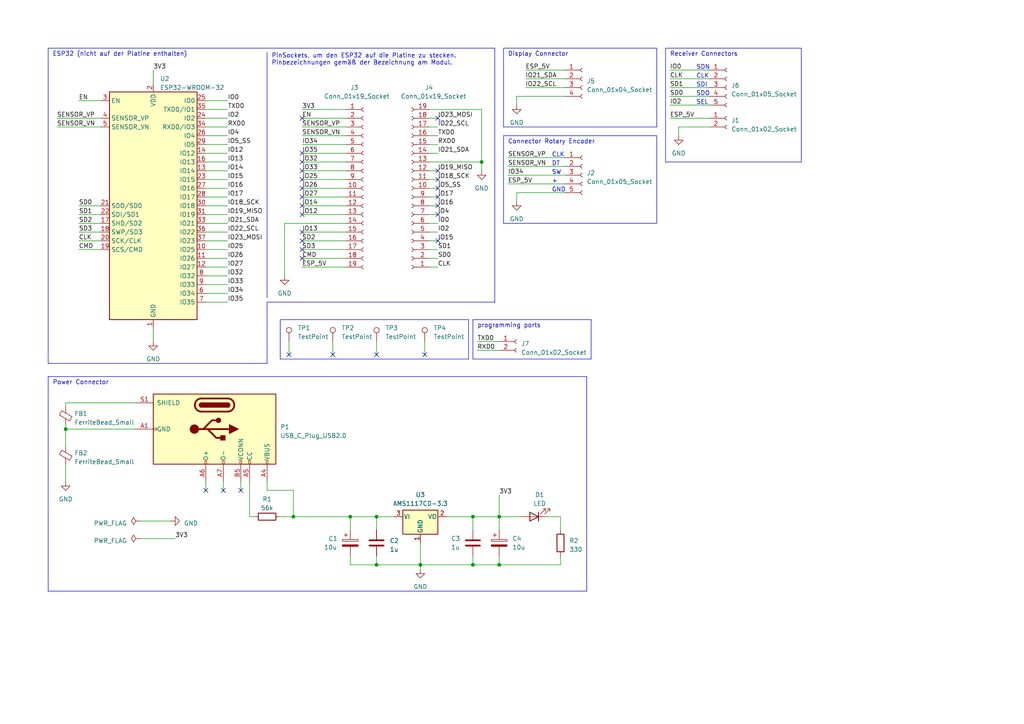
<source format=kicad_sch>
(kicad_sch (version 20230121) (generator eeschema)
  (paper "A4")
  (title_block (title "display-brain-final") (date "2023-03-31") (rev "v1") (comment 1 "erste Version"))
  (lib_symbols
    (symbol "Connector:Conn_01x02_Socket" (pin_names (offset 1.016) hide)
      (property "Reference" "J" (at 0 2.54 0))
      (property "Value" "Conn_01x02_Socket" (at 0 -5.08 0))
      (symbol "Conn_01x02_Socket_1_1"
        (arc (start 0 -2.032) (mid -0.5058 -2.54) (end 0 -3.048) (stroke (width 0.1524)))
        (polyline (pts (xy -1.27 -2.54) (xy -0.508 -2.54)) (stroke (width 0.1524)))
        (polyline (pts (xy -1.27 0) (xy -0.508 0)) (stroke (width 0.1524)))
        (arc (start 0 0.508) (mid -0.5058 0) (end 0 -0.508) (stroke (width 0.1524)))
        (pin passive line (at -5.08 0 0) (length 3.81) (name "Pin_1") (number "1"))
        (pin passive line (at -5.08 -2.54 0) (length 3.81) (name "Pin_2") (number "2"))
      )
    )
    (symbol "Connector:Conn_01x04_Socket" (pin_names (offset 1.016) hide)
      (property "Reference" "J" (at 0 5.08 0))
      (property "Value" "Conn_01x04_Socket" (at 0 -7.62 0))
      (symbol "Conn_01x04_Socket_1_1"
        (arc (start 0 -4.572) (mid -0.5058 -5.08) (end 0 -5.588) (stroke (width 0.1524)))
        (arc (start 0 -2.032) (mid -0.5058 -2.54) (end 0 -3.048) (stroke (width 0.1524)))
        (polyline (pts (xy -1.27 -5.08) (xy -0.508 -5.08)) (stroke (width 0.1524)))
        (polyline (pts (xy -1.27 -2.54) (xy -0.508 -2.54)) (stroke (width 0.1524)))
        (polyline (pts (xy -1.27 0) (xy -0.508 0)) (stroke (width 0.1524)))
        (polyline (pts (xy -1.27 2.54) (xy -0.508 2.54)) (stroke (width 0.1524)))
        (arc (start 0 0.508) (mid -0.5058 0) (end 0 -0.508) (stroke (width 0.1524)))
        (arc (start 0 3.048) (mid -0.5058 2.54) (end 0 2.032) (stroke (width 0.1524)))
        (pin passive line (at -5.08 2.54 0) (length 3.81) (name "Pin_1") (number "1"))
        (pin passive line (at -5.08 0 0) (length 3.81) (name "Pin_2") (number "2"))
        (pin passive line (at -5.08 -2.54 0) (length 3.81) (name "Pin_3") (number "3"))
        (pin passive line (at -5.08 -5.08 0) (length 3.81) (name "Pin_4") (number "4"))
      )
    )
    (symbol "Connector:Conn_01x05_Socket" (pin_names (offset 1.016) hide)
      (property "Reference" "J" (at 0 7.62 0))
      (property "Value" "Conn_01x05_Socket" (at 0 -7.62 0))
      (symbol "Conn_01x05_Socket_1_1"
        (arc (start 0 -4.572) (mid -0.5058 -5.08) (end 0 -5.588) (stroke (width 0.1524)))
        (arc (start 0 -2.032) (mid -0.5058 -2.54) (end 0 -3.048) (stroke (width 0.1524)))
        (polyline (pts (xy -1.27 -5.08) (xy -0.508 -5.08)) (stroke (width 0.1524)))
        (polyline (pts (xy -1.27 -2.54) (xy -0.508 -2.54)) (stroke (width 0.1524)))
        (polyline (pts (xy -1.27 0) (xy -0.508 0)) (stroke (width 0.1524)))
        (polyline (pts (xy -1.27 2.54) (xy -0.508 2.54)) (stroke (width 0.1524)))
        (polyline (pts (xy -1.27 5.08) (xy -0.508 5.08)) (stroke (width 0.1524)))
        (arc (start 0 0.508) (mid -0.5058 0) (end 0 -0.508) (stroke (width 0.1524)))
        (arc (start 0 3.048) (mid -0.5058 2.54) (end 0 2.032) (stroke (width 0.1524)))
        (arc (start 0 5.588) (mid -0.5058 5.08) (end 0 4.572) (stroke (width 0.1524)))
        (pin passive line (at -5.08 5.08 0) (length 3.81) (name "Pin_1") (number "1"))
        (pin passive line (at -5.08 2.54 0) (length 3.81) (name "Pin_2") (number "2"))
        (pin passive line (at -5.08 0 0) (length 3.81) (name "Pin_3") (number "3"))
        (pin passive line (at -5.08 -2.54 0) (length 3.81) (name "Pin_4") (number "4"))
        (pin passive line (at -5.08 -5.08 0) (length 3.81) (name "Pin_5") (number "5"))
      )
    )
    (symbol "Connector:Conn_01x19_Socket" (pin_names (offset 1.016) hide)
      (property "Reference" "J" (at 0 25.4 0))
      (property "Value" "Conn_01x19_Socket" (at 0 -25.4 0))
      (symbol "Conn_01x19_Socket_1_1"
        (arc (start 0 -22.352) (mid -0.5058 -22.86) (end 0 -23.368) (stroke (width 0.1524)))
        (arc (start 0 -19.812) (mid -0.5058 -20.32) (end 0 -20.828) (stroke (width 0.1524)))
        (arc (start 0 -17.272) (mid -0.5058 -17.78) (end 0 -18.288) (stroke (width 0.1524)))
        (arc (start 0 -14.732) (mid -0.5058 -15.24) (end 0 -15.748) (stroke (width 0.1524)))
        (arc (start 0 -12.192) (mid -0.5058 -12.7) (end 0 -13.208) (stroke (width 0.1524)))
        (arc (start 0 -9.652) (mid -0.5058 -10.16) (end 0 -10.668) (stroke (width 0.1524)))
        (arc (start 0 -7.112) (mid -0.5058 -7.62) (end 0 -8.128) (stroke (width 0.1524)))
        (arc (start 0 -4.572) (mid -0.5058 -5.08) (end 0 -5.588) (stroke (width 0.1524)))
        (arc (start 0 -2.032) (mid -0.5058 -2.54) (end 0 -3.048) (stroke (width 0.1524)))
        (polyline (pts (xy -1.27 -22.86) (xy -0.508 -22.86)) (stroke (width 0.1524)))
        (polyline (pts (xy -1.27 -20.32) (xy -0.508 -20.32)) (stroke (width 0.1524)))
        (polyline (pts (xy -1.27 -17.78) (xy -0.508 -17.78)) (stroke (width 0.1524)))
        (polyline (pts (xy -1.27 -15.24) (xy -0.508 -15.24)) (stroke (width 0.1524)))
        (polyline (pts (xy -1.27 -12.7) (xy -0.508 -12.7)) (stroke (width 0.1524)))
        (polyline (pts (xy -1.27 -10.16) (xy -0.508 -10.16)) (stroke (width 0.1524)))
        (polyline (pts (xy -1.27 -7.62) (xy -0.508 -7.62)) (stroke (width 0.1524)))
        (polyline (pts (xy -1.27 -5.08) (xy -0.508 -5.08)) (stroke (width 0.1524)))
        (polyline (pts (xy -1.27 -2.54) (xy -0.508 -2.54)) (stroke (width 0.1524)))
        (polyline (pts (xy -1.27 0) (xy -0.508 0)) (stroke (width 0.1524)))
        (polyline (pts (xy -1.27 2.54) (xy -0.508 2.54)) (stroke (width 0.1524)))
        (polyline (pts (xy -1.27 5.08) (xy -0.508 5.08)) (stroke (width 0.1524)))
        (polyline (pts (xy -1.27 7.62) (xy -0.508 7.62)) (stroke (width 0.1524)))
        (polyline (pts (xy -1.27 10.16) (xy -0.508 10.16)) (stroke (width 0.1524)))
        (polyline (pts (xy -1.27 12.7) (xy -0.508 12.7)) (stroke (width 0.1524)))
        (polyline (pts (xy -1.27 15.24) (xy -0.508 15.24)) (stroke (width 0.1524)))
        (polyline (pts (xy -1.27 17.78) (xy -0.508 17.78)) (stroke (width 0.1524)))
        (polyline (pts (xy -1.27 20.32) (xy -0.508 20.32)) (stroke (width 0.1524)))
        (polyline (pts (xy -1.27 22.86) (xy -0.508 22.86)) (stroke (width 0.1524)))
        (arc (start 0 0.508) (mid -0.5058 0) (end 0 -0.508) (stroke (width 0.1524)))
        (arc (start 0 3.048) (mid -0.5058 2.54) (end 0 2.032) (stroke (width 0.1524)))
        (arc (start 0 5.588) (mid -0.5058 5.08) (end 0 4.572) (stroke (width 0.1524)))
        (arc (start 0 8.128) (mid -0.5058 7.62) (end 0 7.112) (stroke (width 0.1524)))
        (arc (start 0 10.668) (mid -0.5058 10.16) (end 0 9.652) (stroke (width 0.1524)))
        (arc (start 0 13.208) (mid -0.5058 12.7) (end 0 12.192) (stroke (width 0.1524)))
        (arc (start 0 15.748) (mid -0.5058 15.24) (end 0 14.732) (stroke (width 0.1524)))
        (arc (start 0 18.288) (mid -0.5058 17.78) (end 0 17.272) (stroke (width 0.1524)))
        (arc (start 0 20.828) (mid -0.5058 20.32) (end 0 19.812) (stroke (width 0.1524)))
        (arc (start 0 23.368) (mid -0.5058 22.86) (end 0 22.352) (stroke (width 0.1524)))
        (pin passive line (at -5.08 22.86 0) (length 3.81) (name "Pin_1") (number "1"))
        (pin passive line (at -5.08 0 0) (length 3.81) (name "Pin_10") (number "10"))
        (pin passive line (at -5.08 -2.54 0) (length 3.81) (name "Pin_11") (number "11"))
        (pin passive line (at -5.08 -5.08 0) (length 3.81) (name "Pin_12") (number "12"))
        (pin passive line (at -5.08 -7.62 0) (length 3.81) (name "Pin_13") (number "13"))
        (pin passive line (at -5.08 -10.16 0) (length 3.81) (name "Pin_14") (number "14"))
        (pin passive line (at -5.08 -12.7 0) (length 3.81) (name "Pin_15") (number "15"))
        (pin passive line (at -5.08 -15.24 0) (length 3.81) (name "Pin_16") (number "16"))
        (pin passive line (at -5.08 -17.78 0) (length 3.81) (name "Pin_17") (number "17"))
        (pin passive line (at -5.08 -20.32 0) (length 3.81) (name "Pin_18") (number "18"))
        (pin passive line (at -5.08 -22.86 0) (length 3.81) (name "Pin_19") (number "19"))
        (pin passive line (at -5.08 20.32 0) (length 3.81) (name "Pin_2") (number "2"))
        (pin passive line (at -5.08 17.78 0) (length 3.81) (name "Pin_3") (number "3"))
        (pin passive line (at -5.08 15.24 0) (length 3.81) (name "Pin_4") (number "4"))
        (pin passive line (at -5.08 12.7 0) (length 3.81) (name "Pin_5") (number "5"))
        (pin passive line (at -5.08 10.16 0) (length 3.81) (name "Pin_6") (number "6"))
        (pin passive line (at -5.08 7.62 0) (length 3.81) (name "Pin_7") (number "7"))
        (pin passive line (at -5.08 5.08 0) (length 3.81) (name "Pin_8") (number "8"))
        (pin passive line (at -5.08 2.54 0) (length 3.81) (name "Pin_9") (number "9"))
      )
    )
    (symbol "Connector:TestPoint" (pin_numbers hide) (pin_names (offset 0.762) hide)
      (property "Reference" "TP" (at 0 6.858 0))
      (property "Value" "TestPoint" (at 0 5.08 0))
      (symbol "TestPoint_0_1"
        (circle (center 0 3.302) (radius 0.762))
      )
      (symbol "TestPoint_1_1"
        (pin passive line (at 0 0 90) (length 2.54) (name "1") (number "1"))
      )
    )
    (symbol "Connector:USB_C_Plug_USB2.0" (pin_names (offset 1.016))
      (property "Reference" "P" (at -10.16 19.05 0))
      (property "Value" "USB_C_Plug_USB2.0" (at 12.7 19.05 0))
      (symbol "USB_C_Plug_USB2.0_0_0"
        (rectangle (start -0.254 -17.78) (end 0.254 -16.764))
        (rectangle (start 10.16 -2.286) (end 9.144 -2.794))
        (rectangle (start 10.16 2.794) (end 9.144 2.286))
        (rectangle (start 10.16 7.874) (end 9.144 7.366))
        (rectangle (start 10.16 10.414) (end 9.144 9.906))
        (rectangle (start 10.16 15.494) (end 9.144 14.986))
      )
      (symbol "USB_C_Plug_USB2.0_0_1"
        (rectangle (start -10.16 17.78) (end 10.16 -17.78) (stroke (width 0.254)) (fill (type background)))
        (arc (start -8.89 -3.81) (mid -6.985 -5.7067) (end -5.08 -3.81) (stroke (width 0.508)))
        (arc (start -7.62 -3.81) (mid -6.985 -4.4423) (end -6.35 -3.81) (stroke (width 0.254)))
        (arc (start -7.62 -3.81) (mid -6.985 -4.4423) (end -6.35 -3.81) (stroke (width 0.254)) (fill (type outline)))
        (rectangle (start -7.62 -3.81) (end -6.35 3.81) (stroke (width 0.254)) (fill (type outline)))
        (arc (start -6.35 3.81) (mid -6.985 4.4423) (end -7.62 3.81) (stroke (width 0.254)))
        (arc (start -6.35 3.81) (mid -6.985 4.4423) (end -7.62 3.81) (stroke (width 0.254)) (fill (type outline)))
        (arc (start -5.08 3.81) (mid -6.985 5.7067) (end -8.89 3.81) (stroke (width 0.508)))
        (circle (center -2.54 1.143) (radius 0.635) (stroke (width 0.254)) (fill (type outline)))
        (circle (center 0 -5.842) (radius 1.27) (fill (type outline)))
        (polyline (pts (xy -8.89 -3.81) (xy -8.89 3.81)) (stroke (width 0.508)))
        (polyline (pts (xy -5.08 3.81) (xy -5.08 -3.81)) (stroke (width 0.508)))
        (polyline (pts (xy 0 -5.842) (xy 0 4.318)) (stroke (width 0.508)))
        (polyline (pts (xy 0 -3.302) (xy -2.54 -0.762) (xy -2.54 0.508)) (stroke (width 0.508)))
        (polyline (pts (xy 0 -2.032) (xy 2.54 0.508) (xy 2.54 1.778)) (stroke (width 0.508)))
        (polyline (pts (xy -1.27 4.318) (xy 0 6.858) (xy 1.27 4.318) (xy -1.27 4.318)) (stroke (width 0.254)) (fill (type outline)))
        (rectangle (start 1.905 1.778) (end 3.175 3.048) (stroke (width 0.254)) (fill (type outline)))
      )
      (symbol "USB_C_Plug_USB2.0_1_1"
        (pin passive line (at 0 -22.86 90) (length 5.08) (name "GND") (number "A1"))
        (pin passive line (at 0 -22.86 90) (length 5.08) hide (name "GND") (number "A12"))
        (pin passive line (at 15.24 15.24 180) (length 5.08) (name "VBUS") (number "A4"))
        (pin bidirectional line (at 15.24 10.16 180) (length 5.08) (name "CC") (number "A5"))
        (pin bidirectional line (at 15.24 -2.54 180) (length 5.08) (name "D+") (number "A6"))
        (pin bidirectional line (at 15.24 2.54 180) (length 5.08) (name "D-") (number "A7"))
        (pin passive line (at 15.24 15.24 180) (length 5.08) hide (name "VBUS") (number "A9"))
        (pin passive line (at 0 -22.86 90) (length 5.08) hide (name "GND") (number "B1"))
        (pin passive line (at 0 -22.86 90) (length 5.08) hide (name "GND") (number "B12"))
        (pin passive line (at 15.24 15.24 180) (length 5.08) hide (name "VBUS") (number "B4"))
        (pin bidirectional line (at 15.24 7.62 180) (length 5.08) (name "VCONN") (number "B5"))
        (pin passive line (at 15.24 15.24 180) (length 5.08) hide (name "VBUS") (number "B9"))
        (pin passive line (at -7.62 -22.86 90) (length 5.08) (name "SHIELD") (number "S1"))
      )
    )
    (symbol "Device:C" (pin_numbers hide) (pin_names (offset 0.254))
      (property "Reference" "C" (at 0.635 2.54 0))
      (property "Value" "C" (at 0.635 -2.54 0))
      (symbol "C_0_1"
        (polyline (pts (xy -2.032 -0.762) (xy 2.032 -0.762)) (stroke (width 0.508)))
        (polyline (pts (xy -2.032 0.762) (xy 2.032 0.762)) (stroke (width 0.508)))
      )
      (symbol "C_1_1"
        (pin passive line (at 0 3.81 270) (length 2.794) (name "~") (number "1"))
        (pin passive line (at 0 -3.81 90) (length 2.794) (name "~") (number "2"))
      )
    )
    (symbol "Device:C_Polarized" (pin_numbers hide) (pin_names (offset 0.254))
      (property "Reference" "C" (at 0.635 2.54 0))
      (property "Value" "C_Polarized" (at 0.635 -2.54 0))
      (symbol "C_Polarized_0_1"
        (rectangle (start -2.286 0.508) (end 2.286 1.016))
        (polyline (pts (xy -1.778 2.286) (xy -0.762 2.286)))
        (polyline (pts (xy -1.27 2.794) (xy -1.27 1.778)))
        (rectangle (start 2.286 -0.508) (end -2.286 -1.016) (fill (type outline)))
      )
      (symbol "C_Polarized_1_1"
        (pin passive line (at 0 3.81 270) (length 2.794) (name "~") (number "1"))
        (pin passive line (at 0 -3.81 90) (length 2.794) (name "~") (number "2"))
      )
    )
    (symbol "Device:FerriteBead_Small" (pin_numbers hide) (pin_names (offset 0))
      (property "Reference" "FB" (at 1.905 1.27 0))
      (property "Value" "FerriteBead_Small" (at 1.905 -1.27 0))
      (symbol "FerriteBead_Small_0_1"
        (polyline (pts (xy 0 -1.27) (xy 0 -0.7874)))
        (polyline (pts (xy 0 0.889) (xy 0 1.2954)))
        (polyline (pts (xy -1.8288 0.2794) (xy -1.1176 1.4986) (xy 1.8288 -0.2032) (xy 1.1176 -1.4224) (xy -1.8288 0.2794)))
      )
      (symbol "FerriteBead_Small_1_1"
        (pin passive line (at 0 2.54 270) (length 1.27) (name "~") (number "1"))
        (pin passive line (at 0 -2.54 90) (length 1.27) (name "~") (number "2"))
      )
    )
    (symbol "Device:LED" (pin_numbers hide) (pin_names (offset 1.016) hide)
      (property "Reference" "D" (at 0 2.54 0))
      (property "Value" "LED" (at 0 -2.54 0))
      (symbol "LED_0_1"
        (polyline (pts (xy -1.27 -1.27) (xy -1.27 1.27)) (stroke (width 0.254)))
        (polyline (pts (xy -1.27 0) (xy 1.27 0)))
        (polyline (pts (xy 1.27 -1.27) (xy 1.27 1.27) (xy -1.27 0) (xy 1.27 -1.27)) (stroke (width 0.254)))
        (polyline (pts (xy -3.048 -0.762) (xy -4.572 -2.286) (xy -3.81 -2.286) (xy -4.572 -2.286) (xy -4.572 -1.524)))
        (polyline (pts (xy -1.778 -0.762) (xy -3.302 -2.286) (xy -2.54 -2.286) (xy -3.302 -2.286) (xy -3.302 -1.524)))
      )
      (symbol "LED_1_1"
        (pin passive line (at -3.81 0 0) (length 2.54) (name "K") (number "1"))
        (pin passive line (at 3.81 0 180) (length 2.54) (name "A") (number "2"))
      )
    )
    (symbol "Device:R" (pin_numbers hide) (pin_names (offset 0))
      (property "Reference" "R" (at 2.032 0 90))
      (property "Value" "R" (at 0 0 90))
      (symbol "R_0_1"
        (rectangle (start -1.016 -2.54) (end 1.016 2.54) (stroke (width 0.254)))
      )
      (symbol "R_1_1"
        (pin passive line (at 0 3.81 270) (length 1.27) (name "~") (number "1"))
        (pin passive line (at 0 -3.81 90) (length 1.27) (name "~") (number "2"))
      )
    )
    (symbol "GND_1" (power) (pin_names (offset 0))
      (property "Value" "GND_1" (at 0 -3.81 0))
      (symbol "GND_1_0_1"
        (polyline (pts (xy 0 0) (xy 0 -1.27) (xy 1.27 -1.27) (xy 0 -2.54) (xy -1.27 -1.27) (xy 0 -1.27)))
      )
      (symbol "GND_1_1_1"
        (pin power_in line (at 0 0 270) (length 0) hide (name "GND") (number "1"))
      )
    )
    (symbol "RF_Module:ESP32-WROOM-32"
      (property "Reference" "U" (at -12.7 34.29 0))
      (property "Value" "ESP32-WROOM-32" (at 1.27 34.29 0))
      (symbol "ESP32-WROOM-32_0_1"
        (rectangle (start -12.7 33.02) (end 12.7 -33.02) (stroke (width 0.254)) (fill (type background)))
      )
      (symbol "ESP32-WROOM-32_1_1"
        (pin power_in line (at 0 -35.56 90) (length 2.54) (name "GND") (number "1"))
        (pin bidirectional line (at 15.24 -12.7 180) (length 2.54) (name "IO25") (number "10"))
        (pin bidirectional line (at 15.24 -15.24 180) (length 2.54) (name "IO26") (number "11"))
        (pin bidirectional line (at 15.24 -17.78 180) (length 2.54) (name "IO27") (number "12"))
        (pin bidirectional line (at 15.24 10.16 180) (length 2.54) (name "IO14") (number "13"))
        (pin bidirectional line (at 15.24 15.24 180) (length 2.54) (name "IO12") (number "14"))
        (pin passive line (at 0 -35.56 90) (length 2.54) hide (name "GND") (number "15"))
        (pin bidirectional line (at 15.24 12.7 180) (length 2.54) (name "IO13") (number "16"))
        (pin bidirectional line (at -15.24 -5.08 0) (length 2.54) (name "SHD/SD2") (number "17"))
        (pin bidirectional line (at -15.24 -7.62 0) (length 2.54) (name "SWP/SD3") (number "18"))
        (pin bidirectional line (at -15.24 -12.7 0) (length 2.54) (name "SCS/CMD") (number "19"))
        (pin power_in line (at 0 35.56 270) (length 2.54) (name "VDD") (number "2"))
        (pin bidirectional line (at -15.24 -10.16 0) (length 2.54) (name "SCK/CLK") (number "20"))
        (pin bidirectional line (at -15.24 0 0) (length 2.54) (name "SDO/SD0") (number "21"))
        (pin bidirectional line (at -15.24 -2.54 0) (length 2.54) (name "SDI/SD1") (number "22"))
        (pin bidirectional line (at 15.24 7.62 180) (length 2.54) (name "IO15") (number "23"))
        (pin bidirectional line (at 15.24 25.4 180) (length 2.54) (name "IO2") (number "24"))
        (pin bidirectional line (at 15.24 30.48 180) (length 2.54) (name "IO0") (number "25"))
        (pin bidirectional line (at 15.24 20.32 180) (length 2.54) (name "IO4") (number "26"))
        (pin bidirectional line (at 15.24 5.08 180) (length 2.54) (name "IO16") (number "27"))
        (pin bidirectional line (at 15.24 2.54 180) (length 2.54) (name "IO17") (number "28"))
        (pin bidirectional line (at 15.24 17.78 180) (length 2.54) (name "IO5") (number "29"))
        (pin input line (at -15.24 30.48 0) (length 2.54) (name "EN") (number "3"))
        (pin bidirectional line (at 15.24 0 180) (length 2.54) (name "IO18") (number "30"))
        (pin bidirectional line (at 15.24 -2.54 180) (length 2.54) (name "IO19") (number "31"))
        (pin no_connect line (at -12.7 -27.94 0) (length 2.54) hide (name "NC") (number "32"))
        (pin bidirectional line (at 15.24 -5.08 180) (length 2.54) (name "IO21") (number "33"))
        (pin bidirectional line (at 15.24 22.86 180) (length 2.54) (name "RXD0/IO3") (number "34"))
        (pin bidirectional line (at 15.24 27.94 180) (length 2.54) (name "TXD0/IO1") (number "35"))
        (pin bidirectional line (at 15.24 -7.62 180) (length 2.54) (name "IO22") (number "36"))
        (pin bidirectional line (at 15.24 -10.16 180) (length 2.54) (name "IO23") (number "37"))
        (pin passive line (at 0 -35.56 90) (length 2.54) hide (name "GND") (number "38"))
        (pin passive line (at 0 -35.56 90) (length 2.54) hide (name "GND") (number "39"))
        (pin input line (at -15.24 25.4 0) (length 2.54) (name "SENSOR_VP") (number "4"))
        (pin input line (at -15.24 22.86 0) (length 2.54) (name "SENSOR_VN") (number "5"))
        (pin input line (at 15.24 -25.4 180) (length 2.54) (name "IO34") (number "6"))
        (pin input line (at 15.24 -27.94 180) (length 2.54) (name "IO35") (number "7"))
        (pin bidirectional line (at 15.24 -20.32 180) (length 2.54) (name "IO32") (number "8"))
        (pin bidirectional line (at 15.24 -22.86 180) (length 2.54) (name "IO33") (number "9"))
      )
    )
    (symbol "Regulator_Linear:AMS1117CD-3.3" (pin_names (offset 0.254))
      (property "Reference" "U" (at -3.81 3.175 0))
      (property "Value" "AMS1117CD-3.3" (at 0 3.175 0))
      (symbol "AMS1117CD-3.3_0_1"
        (rectangle (start -5.08 -5.08) (end 5.08 1.905) (stroke (width 0.254)) (fill (type background)))
      )
      (symbol "AMS1117CD-3.3_1_1"
        (pin power_in line (at 0 -7.62 90) (length 2.54) (name "GND") (number "1"))
        (pin power_out line (at 7.62 0 180) (length 2.54) (name "VO") (number "2"))
        (pin power_in line (at -7.62 0 0) (length 2.54) (name "VI") (number "3"))
      )
    )
    (symbol "power:PWR_FLAG" (power) (pin_numbers hide) (pin_names (offset 0) hide)
      (property "Value" "PWR_FLAG" (at 0 3.81 0))
      (symbol "PWR_FLAG_0_0"
        (pin power_out line (at 0 0 90) (length 0) (name "pwr") (number "1"))
      )
      (symbol "PWR_FLAG_0_1"
        (polyline (pts (xy 0 0) (xy 0 1.27) (xy -1.016 1.905) (xy 0 2.54) (xy 1.016 1.905) (xy 0 1.27)))
      )
    )
  )
  (junction (at 144.78 149.86))
  (junction (at 19.05 124.46))
  (junction (at 137.16 163.83))
  (junction (at 139.7 46.99))
  (junction (at 101.6 149.86))
  (junction (at 109.22 149.86))
  (junction (at 85.09 149.86))
  (junction (at 144.78 163.83))
  (junction (at 109.22 163.83))
  (junction (at 137.16 149.86))
  (junction (at 121.92 163.83))
  (no_connect (at 127 59.69))
  (no_connect (at 127 54.61))
  (no_connect (at 87.63 44.45))
  (no_connect (at 127 52.07))
  (no_connect (at 87.63 34.29))
  (no_connect (at 59.69 142.24))
  (no_connect (at 87.63 67.31))
  (no_connect (at 87.63 46.99))
  (no_connect (at 69.85 142.24))
  (no_connect (at 127 57.15))
  (no_connect (at 127 62.23))
  (no_connect (at 127 49.53))
  (no_connect (at 87.63 62.23))
  (no_connect (at 87.63 54.61))
  (no_connect (at 87.63 57.15))
  (no_connect (at 127 34.29))
  (no_connect (at 87.63 69.85))
  (no_connect (at 96.52 102.87))
  (no_connect (at 127 69.85))
  (no_connect (at 83.82 102.87))
  (no_connect (at 123.19 102.87))
  (no_connect (at 87.63 72.39))
  (no_connect (at 87.63 52.07))
  (no_connect (at 64.77 142.24))
  (no_connect (at 87.63 59.69))
  (no_connect (at 87.63 49.53))
  (no_connect (at 109.22 102.87))
  (no_connect (at 87.63 74.93))
  (polyline (pts (xy 137.16 104.14) (xy 171.45 104.14)))
  (polyline (pts (xy 137.16 92.71) (xy 137.16 104.14)))
  (wire (pts (xy 162.56 163.83) (xy 144.78 163.83)))
  (wire (pts (xy 64.77 139.7) (xy 64.77 142.24)))
  (wire (pts (xy 123.19 99.06) (xy 123.19 102.87)))
  (wire (pts (xy 87.63 34.29) (xy 100.33 34.29)))
  (wire (pts (xy 124.46 62.23) (xy 127 62.23)))
  (polyline (pts (xy 143.51 13.97) (xy 143.51 87.63)))
  (wire (pts (xy 16.51 34.29) (xy 29.21 34.29)))
  (polyline (pts (xy 73.66 105.41) (xy 77.47 105.41)))
  (wire (pts (xy 124.46 64.77) (xy 127 64.77)))
  (wire (pts (xy 59.69 41.91) (xy 66.04 41.91)))
  (wire (pts (xy 144.78 161.29) (xy 144.78 163.83)))
  (wire (pts (xy 59.69 29.21) (xy 66.04 29.21)))
  (wire (pts (xy 87.63 31.75) (xy 100.33 31.75)))
  (polyline (pts (xy 81.28 92.71) (xy 135.89 92.71)))
  (wire (pts (xy 85.09 149.86) (xy 85.09 142.24)))
  (wire (pts (xy 44.45 20.32) (xy 44.45 24.13)))
  (polyline (pts (xy 13.97 105.41) (xy 13.97 13.97)))
  (wire (pts (xy 59.69 67.31) (xy 66.04 67.31)))
  (wire (pts (xy 87.63 36.83) (xy 100.33 36.83)))
  (wire (pts (xy 124.46 36.83) (xy 127 36.83)))
  (wire (pts (xy 59.69 31.75) (xy 66.04 31.75)))
  (polyline (pts (xy 170.18 109.22) (xy 170.18 171.45)))
  (polyline (pts (xy 81.28 104.14) (xy 81.28 92.71)))
  (wire (pts (xy 137.16 149.86) (xy 137.16 153.67)))
  (wire (pts (xy 137.16 149.86) (xy 144.78 149.86)))
  (wire (pts (xy 77.47 139.7) (xy 77.47 142.24)))
  (wire (pts (xy 194.31 30.48) (xy 205.74 30.48)))
  (wire (pts (xy 85.09 149.86) (xy 101.6 149.86)))
  (wire (pts (xy 194.31 27.94) (xy 205.74 27.94)))
  (wire (pts (xy 87.63 77.47) (xy 100.33 77.47)))
  (wire (pts (xy 59.69 36.83) (xy 66.04 36.83)))
  (wire (pts (xy 139.7 49.53) (xy 139.7 46.99)))
  (wire (pts (xy 16.51 36.83) (xy 29.21 36.83)))
  (wire (pts (xy 59.69 87.63) (xy 66.04 87.63)))
  (polyline (pts (xy 193.04 13.97) (xy 232.41 13.97)))
  (polyline (pts (xy 72.39 105.41) (xy 73.66 105.41)))
  (wire (pts (xy 137.16 161.29) (xy 137.16 163.83)))
  (wire (pts (xy 87.63 67.31) (xy 100.33 67.31)))
  (wire (pts (xy 19.05 134.62) (xy 19.05 139.7)))
  (wire (pts (xy 149.86 27.94) (xy 163.83 27.94)))
  (polyline (pts (xy 77.47 15.24) (xy 77.47 81.28)))
  (wire (pts (xy 124.46 57.15) (xy 127 57.15)))
  (wire (pts (xy 144.78 143.51) (xy 144.78 149.86)))
  (wire (pts (xy 22.86 29.21) (xy 29.21 29.21)))
  (wire (pts (xy 124.46 46.99) (xy 139.7 46.99)))
  (wire (pts (xy 121.92 157.48) (xy 121.92 163.83)))
  (wire (pts (xy 196.85 39.37) (xy 196.85 36.83)))
  (wire (pts (xy 109.22 161.29) (xy 109.22 163.83)))
  (polyline (pts (xy 146.05 36.83) (xy 146.05 13.97)))
  (wire (pts (xy 147.32 50.8) (xy 163.83 50.8)))
  (wire (pts (xy 124.46 72.39) (xy 127 72.39)))
  (polyline (pts (xy 72.39 105.41) (xy 13.97 105.41)))
  (wire (pts (xy 194.31 20.32) (xy 205.74 20.32)))
  (wire (pts (xy 59.69 49.53) (xy 66.04 49.53)))
  (polyline (pts (xy 146.05 39.37) (xy 146.05 64.77)))
  (wire (pts (xy 152.4 20.32) (xy 163.83 20.32)))
  (wire (pts (xy 101.6 149.86) (xy 101.6 153.67)))
  (wire (pts (xy 124.46 34.29) (xy 127 34.29)))
  (wire (pts (xy 22.86 67.31) (xy 29.21 67.31)))
  (wire (pts (xy 87.63 46.99) (xy 100.33 46.99)))
  (wire (pts (xy 19.05 124.46) (xy 19.05 129.54)))
  (wire (pts (xy 138.43 101.6) (xy 144.78 101.6)))
  (wire (pts (xy 40.64 151.13) (xy 49.53 151.13)))
  (polyline (pts (xy 190.5 64.77) (xy 190.5 39.37)))
  (wire (pts (xy 109.22 99.06) (xy 109.22 102.87)))
  (polyline (pts (xy 135.89 92.71) (xy 135.89 104.14)))
  (wire (pts (xy 87.63 57.15) (xy 100.33 57.15)))
  (wire (pts (xy 87.63 69.85) (xy 100.33 69.85)))
  (wire (pts (xy 39.37 116.84) (xy 19.05 116.84)))
  (wire (pts (xy 121.92 163.83) (xy 121.92 165.1)))
  (wire (pts (xy 158.75 149.86) (xy 162.56 149.86)))
  (wire (pts (xy 124.46 77.47) (xy 127 77.47)))
  (polyline (pts (xy 190.5 36.83) (xy 146.05 36.83)))
  (wire (pts (xy 19.05 123.19) (xy 19.05 124.46)))
  (wire (pts (xy 124.46 52.07) (xy 127 52.07)))
  (wire (pts (xy 22.86 59.69) (xy 29.21 59.69)))
  (wire (pts (xy 196.85 36.83) (xy 205.74 36.83)))
  (wire (pts (xy 22.86 62.23) (xy 29.21 62.23)))
  (wire (pts (xy 82.55 64.77) (xy 82.55 80.01)))
  (wire (pts (xy 124.46 44.45) (xy 127 44.45)))
  (wire (pts (xy 59.69 82.55) (xy 66.04 82.55)))
  (polyline (pts (xy 77.47 87.63) (xy 77.47 105.41)))
  (polyline (pts (xy 232.41 13.97) (xy 232.41 46.99)))
  (wire (pts (xy 87.63 59.69) (xy 100.33 59.69)))
  (wire (pts (xy 59.69 139.7) (xy 59.69 142.24)))
  (wire (pts (xy 144.78 149.86) (xy 144.78 153.67)))
  (wire (pts (xy 19.05 124.46) (xy 39.37 124.46)))
  (wire (pts (xy 81.28 149.86) (xy 85.09 149.86)))
  (wire (pts (xy 101.6 149.86) (xy 109.22 149.86)))
  (wire (pts (xy 59.69 74.93) (xy 66.04 74.93)))
  (wire (pts (xy 59.69 69.85) (xy 66.04 69.85)))
  (wire (pts (xy 101.6 161.29) (xy 101.6 163.83)))
  (wire (pts (xy 144.78 163.83) (xy 137.16 163.83)))
  (wire (pts (xy 152.4 25.4) (xy 163.83 25.4)))
  (wire (pts (xy 124.46 74.93) (xy 127 74.93)))
  (wire (pts (xy 87.63 74.93) (xy 100.33 74.93)))
  (wire (pts (xy 124.46 39.37) (xy 127 39.37)))
  (polyline (pts (xy 77.47 13.97) (xy 143.51 13.97)))
  (wire (pts (xy 69.85 139.7) (xy 69.85 142.24)))
  (polyline (pts (xy 190.5 13.97) (xy 190.5 36.83)))
  (wire (pts (xy 147.32 45.72) (xy 163.83 45.72)))
  (polyline (pts (xy 77.47 81.28) (xy 77.47 86.36)))
  (wire (pts (xy 59.69 34.29) (xy 66.04 34.29)))
  (wire (pts (xy 124.46 69.85) (xy 127 69.85)))
  (wire (pts (xy 59.69 85.09) (xy 66.04 85.09)))
  (wire (pts (xy 59.69 77.47) (xy 66.04 77.47)))
  (wire (pts (xy 85.09 142.24) (xy 77.47 142.24)))
  (wire (pts (xy 59.69 62.23) (xy 66.04 62.23)))
  (wire (pts (xy 83.82 99.06) (xy 83.82 102.87)))
  (wire (pts (xy 87.63 52.07) (xy 100.33 52.07)))
  (wire (pts (xy 44.45 95.25) (xy 44.45 99.06)))
  (wire (pts (xy 138.43 99.06) (xy 144.78 99.06)))
  (polyline (pts (xy 146.05 13.97) (xy 190.5 13.97)))
  (polyline (pts (xy 13.97 13.97) (xy 76.2 13.97)))
  (wire (pts (xy 59.69 72.39) (xy 66.04 72.39)))
  (wire (pts (xy 139.7 46.99) (xy 139.7 31.75)))
  (wire (pts (xy 194.31 34.29) (xy 205.74 34.29)))
  (wire (pts (xy 22.86 69.85) (xy 29.21 69.85)))
  (wire (pts (xy 40.64 156.21) (xy 50.8 156.21)))
  (wire (pts (xy 129.54 149.86) (xy 137.16 149.86)))
  (wire (pts (xy 87.63 41.91) (xy 100.33 41.91)))
  (polyline (pts (xy 143.51 87.63) (xy 77.47 87.63)))
  (wire (pts (xy 87.63 49.53) (xy 100.33 49.53)))
  (wire (pts (xy 109.22 149.86) (xy 114.3 149.86)))
  (wire (pts (xy 149.86 55.88) (xy 163.83 55.88)))
  (wire (pts (xy 124.46 54.61) (xy 127 54.61)))
  (wire (pts (xy 162.56 149.86) (xy 162.56 153.67)))
  (wire (pts (xy 144.78 149.86) (xy 151.13 149.86)))
  (polyline (pts (xy 13.97 109.22) (xy 170.18 109.22)))
  (wire (pts (xy 87.63 44.45) (xy 100.33 44.45)))
  (wire (pts (xy 124.46 67.31) (xy 127 67.31)))
  (wire (pts (xy 137.16 163.83) (xy 121.92 163.83)))
  (wire (pts (xy 162.56 161.29) (xy 162.56 163.83)))
  (wire (pts (xy 72.39 149.86) (xy 73.66 149.86)))
  (wire (pts (xy 59.69 52.07) (xy 66.04 52.07)))
  (wire (pts (xy 152.4 22.86) (xy 163.83 22.86)))
  (wire (pts (xy 59.69 46.99) (xy 66.04 46.99)))
  (wire (pts (xy 19.05 116.84) (xy 19.05 118.11)))
  (wire (pts (xy 124.46 49.53) (xy 127 49.53)))
  (wire (pts (xy 147.32 48.26) (xy 163.83 48.26)))
  (wire (pts (xy 59.69 39.37) (xy 66.04 39.37)))
  (wire (pts (xy 59.69 64.77) (xy 66.04 64.77)))
  (polyline (pts (xy 135.89 104.14) (xy 81.28 104.14)))
  (wire (pts (xy 22.86 72.39) (xy 29.21 72.39)))
  (polyline (pts (xy 193.04 46.99) (xy 193.04 13.97)))
  (polyline (pts (xy 190.5 39.37) (xy 146.05 39.37)))
  (wire (pts (xy 109.22 149.86) (xy 109.22 153.67)))
  (wire (pts (xy 194.31 22.86) (xy 205.74 22.86)))
  (wire (pts (xy 59.69 54.61) (xy 66.04 54.61)))
  (wire (pts (xy 59.69 57.15) (xy 66.04 57.15)))
  (wire (pts (xy 124.46 59.69) (xy 127 59.69)))
  (wire (pts (xy 149.86 55.88) (xy 149.86 58.42)))
  (wire (pts (xy 96.52 99.06) (xy 96.52 102.87)))
  (polyline (pts (xy 76.2 13.97) (xy 77.47 13.97)))
  (wire (pts (xy 82.55 64.77) (xy 100.33 64.77)))
  (wire (pts (xy 109.22 163.83) (xy 121.92 163.83)))
  (wire (pts (xy 22.86 64.77) (xy 29.21 64.77)))
  (wire (pts (xy 124.46 31.75) (xy 139.7 31.75)))
  (wire (pts (xy 101.6 163.83) (xy 109.22 163.83)))
  (polyline (pts (xy 13.97 171.45) (xy 13.97 109.22)))
  (polyline (pts (xy 232.41 46.99) (xy 193.04 46.99)))
  (wire (pts (xy 72.39 139.7) (xy 72.39 149.86)))
  (wire (pts (xy 87.63 39.37) (xy 100.33 39.37)))
  (wire (pts (xy 124.46 41.91) (xy 127 41.91)))
  (polyline (pts (xy 146.05 64.77) (xy 190.5 64.77)))
  (wire (pts (xy 147.32 53.34) (xy 163.83 53.34)))
  (polyline (pts (xy 170.18 171.45) (xy 13.97 171.45)))
  (polyline (pts (xy 171.45 104.14) (xy 171.45 92.71)))
  (wire (pts (xy 194.31 25.4) (xy 205.74 25.4)))
  (wire (pts (xy 59.69 59.69) (xy 66.04 59.69)))
  (wire (pts (xy 87.63 72.39) (xy 100.33 72.39)))
  (wire (pts (xy 59.69 80.01) (xy 66.04 80.01)))
  (wire (pts (xy 87.63 54.61) (xy 100.33 54.61)))
  (wire (pts (xy 149.86 30.48) (xy 149.86 27.94)))
  (polyline (pts (xy 171.45 92.71) (xy 137.16 92.71)))
  (wire (pts (xy 59.69 44.45) (xy 66.04 44.45)))
  (wire (pts (xy 87.63 62.23) (xy 100.33 62.23)))
  (text "SDI" (at 201.93 25.4 0) (effects (font (size 1.27 1.27)) (justify left bottom)))
  (text "CLK" (at 160.02 45.72 0) (effects (font (size 1.27 1.27)) (justify left bottom)))
  (text "CLK" (at 201.93 22.86 0) (effects (font (size 1.27 1.27)) (justify left bottom)))
  (text "SDN" (at 201.93 20.32 0) (effects (font (size 1.27 1.27)) (justify left bottom)))
  (text "+" (at 160.02 53.34 0) (effects (font (size 1.27 1.27)) (justify left bottom)))
  (text "SDO" (at 201.93 27.94 0) (effects (font (size 1.27 1.27)) (justify left bottom)))
  (text "Receiver Connectors" (at 194.31 16.51 0) (effects (font (size 1.27 1.27)) (justify left bottom)))
  (text "GND" (at 160.02 55.88 0) (effects (font (size 1.27 1.27)) (justify left bottom)))
  (text "DT" (at 160.02 48.26 0) (effects (font (size 1.27 1.27)) (justify left bottom)))
  (text "Power Connector" (at 15.24 111.76 0) (effects (font (size 1.27 1.27)) (justify left bottom)))
  (text "programming ports" (at 138.43 95.25 0) (effects (font (size 1.27 1.27)) (justify left bottom)))
  (text "Display Connector\n" (at 147.32 16.51 0) (effects (font (size 1.27 1.27)) (justify left bottom)))
  (text "SEL" (at 201.93 30.48 0) (effects (font (size 1.27 1.27)) (justify left bottom)))
  (text "Connector Rotary Encoder" (at 147.32 41.91 0) (effects (font (size 1.27 1.27)) (justify left bottom)))
  (text "PinSockets, um den ESP32 auf die Platine zu stecken.\nPinbezeichnungen gemäß der Bezeichnung am Modul." (at 78.74 19.05 0) (effects (font (size 1.27 1.27)) (justify left bottom)))
  (text "ESP32 (nicht auf der Platine enthalten)" (at 15.24 16.51 0) (effects (font (size 1.27 1.27)) (justify left bottom)))
  (text "SW" (at 160.02 50.8 0) (effects (font (size 1.27 1.27)) (justify left bottom)))
  (label "IO2" (at 66.04 34.29 0))
  (label "IO25" (at 66.04 72.39 0))
  (label "IO5_SS" (at 66.04 41.91 0))
  (label "IO13" (at 66.04 46.99 0))
  (label "IO17" (at 66.04 57.15 0))
  (label "IO14" (at 66.04 49.53 0))
  (label "IO35" (at 66.04 87.63 0))
  (label "EN" (at 87.63 34.29 0))
  (label "SENSOR_VN" (at 147.32 48.26 0))
  (label "SD2" (at 22.86 64.77 0))
  (label "TXD0" (at 66.04 31.75 0))
  (label "IO34" (at 147.32 50.8 0))
  (label "IO12" (at 66.04 44.45 0))
  (label "IO16" (at 66.04 54.61 0))
  (label "IO23_MOSI" (at 127 34.29 0))
  (label "IO14" (at 87.63 59.69 0))
  (label "SD0" (at 127 74.93 0))
  (label "IO35" (at 87.63 44.45 0))
  (label "SD1" (at 127 72.39 0))
  (label "IO34" (at 87.63 41.91 0))
  (label "TXD0" (at 138.43 99.06 0))
  (label "RXD0" (at 66.04 36.83 0))
  (label "IO2" (at 127 67.31 0))
  (label "IO25" (at 87.63 52.07 0))
  (label "IO18_SCK" (at 66.04 59.69 0))
  (label "SD2" (at 87.63 69.85 0))
  (label "CLK" (at 22.86 69.85 0))
  (label "3V3" (at 87.63 31.75 0))
  (label "SENSOR_VP" (at 147.32 45.72 0))
  (label "SD1" (at 22.86 62.23 0))
  (label "CLK" (at 127 77.47 0))
  (label "RXD0" (at 127 41.91 0))
  (label "IO0" (at 66.04 29.21 0))
  (label "IO17" (at 127 57.15 0))
  (label "IO33" (at 87.63 49.53 0))
  (label "IO26" (at 87.63 54.61 0))
  (label "IO27" (at 66.04 77.47 0))
  (label "IO4" (at 66.04 39.37 0))
  (label "IO33" (at 66.04 82.55 0))
  (label "IO5_SS" (at 127 54.61 0))
  (label "TXD0" (at 127 39.37 0))
  (label "IO0" (at 194.31 20.32 0))
  (label "IO21_SDA" (at 127 44.45 0))
  (label "IO21_SDA" (at 66.04 64.77 0))
  (label "3V3" (at 44.45 20.32 0))
  (label "CLK" (at 194.31 22.86 0))
  (label "IO0" (at 127 64.77 0))
  (label "SENSOR_VN" (at 16.51 36.83 0))
  (label "IO23_MOSI" (at 66.04 69.85 0))
  (label "IO15" (at 66.04 52.07 0))
  (label "IO26" (at 66.04 74.93 0))
  (label "IO22_SCL" (at 66.04 67.31 0))
  (label "SENSOR_VN" (at 87.63 39.37 0))
  (label "IO16" (at 127 59.69 0))
  (label "IO34" (at 66.04 85.09 0))
  (label "IO4" (at 127 62.23 0))
  (label "IO22_SCL" (at 152.4 25.4 0))
  (label "IO2" (at 194.31 30.48 0))
  (label "IO22_SCL" (at 127 36.83 0))
  (label "SD3" (at 22.86 67.31 0))
  (label "CMD" (at 87.63 74.93 0))
  (label "IO12" (at 87.63 62.23 0))
  (label "CMD" (at 22.86 72.39 0))
  (label "SD1" (at 194.31 25.4 0))
  (label "ESP_5V" (at 147.32 53.34 0))
  (label "RXD0" (at 138.43 101.6 0))
  (label "IO27" (at 87.63 57.15 0))
  (label "IO19_MISO" (at 127 49.53 0))
  (label "IO15" (at 127 69.85 0))
  (label "3V3" (at 50.8 156.21 0))
  (label "IO21_SDA" (at 152.4 22.86 0))
  (label "IO32" (at 87.63 46.99 0))
  (label "EN" (at 22.86 29.21 0))
  (label "ESP_5V" (at 152.4 20.32 0))
  (label "IO13" (at 87.63 67.31 0))
  (label "3V3" (at 144.78 143.51 0))
  (label "ESP_5V" (at 87.63 77.47 0))
  (label "SENSOR_VP" (at 87.63 36.83 0))
  (label "IO32" (at 66.04 80.01 0))
  (label "IO19_MISO" (at 66.04 62.23 0))
  (label "SD0" (at 22.86 59.69 0))
  (label "SD0" (at 194.31 27.94 0))
  (label "SD3" (at 87.63 72.39 0))
  (label "ESP_5V" (at 194.31 34.29 0))
  (label "SENSOR_VP" (at 16.51 34.29 0))
  (label "IO18_SCK" (at 127 52.07 0))
  (symbol (lib_name "GND_1") (lib_id "power:GND") (at 139.7 49.53 0) (unit 1)
    (property "Reference" "#PWR07" (effects hide))
    (property "Value" "GND" (at 139.7 54.61 0))
  )
  (symbol (lib_id "Connector:Conn_01x02_Socket") (at 149.86 99.06 0) (unit 1)
    (property "Reference" "J7" (at 151.13 99.695 0) (effects (justify left)))
    (property "Value" "Conn_01x02_Socket" (at 151.13 102.235 0) (effects (justify left)))
    (property "Footprint" "Connector_PinSocket_2.54mm:PinSocket_1x02_P2.54mm_Vertical" (effects hide))
  )
  (symbol (lib_name "GND_1") (lib_id "power:GND") (at 19.05 139.7 0) (unit 1)
    (property "Reference" "#PWR06" (effects hide))
    (property "Value" "GND" (at 19.05 144.78 0))
  )
  (symbol (lib_id "Connector:Conn_01x05_Socket") (at 168.91 50.8 0) (unit 1)
    (property "Reference" "J2" (at 170.18 50.165 0) (effects (justify left)))
    (property "Value" "Conn_01x05_Socket" (at 170.18 52.705 0) (effects (justify left)))
    (property "Footprint" "Connector_PinSocket_2.54mm:PinSocket_1x05_P2.54mm_Vertical" (effects hide))
  )
  (symbol (lib_id "Device:LED") (at 154.94 149.86 180) (unit 1)
    (property "Reference" "D1" (at 156.5275 143.51 0))
    (property "Value" "LED" (at 156.5275 146.05 0))
    (property "Footprint" "Diode_SMD:D_1206_3216Metric_Pad1.42x1.75mm_HandSolder" (effects hide))
  )
  (symbol (lib_id "Connector:TestPoint") (at 83.82 99.06 0) (unit 1)
    (property "Reference" "TP1" (at 86.36 95.123 0) (effects (justify left)))
    (property "Value" "TestPoint" (at 86.36 97.663 0) (effects (justify left)))
    (property "Footprint" "TestPoint:TestPoint_Plated_Hole_D3.0mm" (effects hide))
  )
  (symbol (lib_id "Connector:USB_C_Plug_USB2.0") (at 62.23 124.46 270) (unit 1)
    (property "Reference" "P1" (at 81.28 123.825 90) (effects (justify left)))
    (property "Value" "USB_C_Plug_USB2.0" (at 81.28 126.365 90) (effects (justify left)))
    (property "Footprint" "Connector_USB:USB_C_Receptacle_Amphenol_12401548E4-2A" (effects hide))
    (property "Datasheet" "https://www.usb.org/sites/default/files/documents/usb_type-c.zip" (effects hide))
  )
  (symbol (lib_id "Device:R") (at 162.56 157.48 180) (unit 1)
    (property "Reference" "R2" (at 165.1 156.845 0) (effects (justify right)))
    (property "Value" "330" (at 165.1 159.385 0) (effects (justify right)))
    (property "Footprint" "Resistor_SMD:R_1206_3216Metric_Pad1.30x1.75mm_HandSolder" (effects hide))
  )
  (symbol (lib_name "GND_1") (lib_id "power:GND") (at 149.86 30.48 0) (unit 1)
    (property "Reference" "#PWR08" (effects hide))
    (property "Value" "GND" (at 149.86 35.56 0))
  )
  (symbol (lib_id "Device:C_Polarized") (at 144.78 157.48 0) (unit 1)
    (property "Reference" "C4" (at 148.59 156.21 0) (effects (justify left)))
    (property "Value" "10u" (at 148.59 158.75 0) (effects (justify left)))
    (property "Footprint" "Capacitor_SMD:C_1206_3216Metric_Pad1.33x1.80mm_HandSolder" (effects hide))
  )
  (symbol (lib_id "Device:FerriteBead_Small") (at 19.05 132.08 0) (unit 1)
    (property "Reference" "FB2" (at 21.59 131.4069 0) (effects (justify left)))
    (property "Value" "FerriteBead_Small" (at 21.59 133.9469 0) (effects (justify left)))
    (property "Footprint" "Inductor_SMD:L_1206_3216Metric_Pad1.42x1.75mm_HandSolder" (effects hide))
  )
  (symbol (lib_id "Regulator_Linear:AMS1117CD-3.3") (at 121.92 149.86 0) (unit 1)
    (property "Reference" "U3" (at 121.92 143.51 0))
    (property "Value" "AMS1117CD-3.3" (at 121.92 146.05 0))
    (property "Footprint" "Package_TO_SOT_SMD:TO-252-3_TabPin2" (effects hide))
    (property "Datasheet" "http://www.advanced-monolithic.com/pdf/ds1117.pdf" (effects hide))
  )
  (symbol (lib_id "Connector:Conn_01x02_Socket") (at 210.82 34.29 0) (unit 1)
    (property "Reference" "J1" (at 212.09 34.925 0) (effects (justify left)))
    (property "Value" "Conn_01x02_Socket" (at 212.09 37.465 0) (effects (justify left)))
    (property "Footprint" "Connector_PinSocket_2.54mm:PinSocket_1x02_P2.54mm_Vertical" (effects hide))
  )
  (symbol (lib_id "Connector:Conn_01x19_Socket") (at 119.38 54.61 180) (unit 1)
    (property "Reference" "J4" (at 124.46 25.4 0))
    (property "Value" "Conn_01x19_Socket" (at 125.73 27.94 0))
    (property "Footprint" "Connector_PinSocket_2.54mm:PinSocket_1x19_P2.54mm_Vertical" (effects hide))
  )
  (symbol (lib_id "power:PWR_FLAG") (at 40.64 151.13 90) (unit 1)
    (property "Reference" "#FLG02" (effects hide))
    (property "Value" "PWR_FLAG" (at 36.83 151.765 90) (effects (justify left)))
  )
  (symbol (lib_id "Connector:Conn_01x19_Socket") (at 105.41 54.61 0) (unit 1)
    (property "Reference" "J3" (at 101.6 25.4 0) (effects (justify left)))
    (property "Value" "Conn_01x19_Socket" (at 93.98 27.94 0) (effects (justify left)))
    (property "Footprint" "Connector_PinSocket_2.54mm:PinSocket_1x19_P2.54mm_Vertical" (effects hide))
  )
  (symbol (lib_name "GND_1") (lib_id "power:GND") (at 82.55 80.01 0) (unit 1)
    (property "Reference" "#PWR05" (effects hide))
    (property "Value" "GND" (at 82.55 85.09 0))
  )
  (symbol (lib_id "Device:C") (at 109.22 157.48 0) (unit 1)
    (property "Reference" "C2" (at 113.03 156.845 0) (effects (justify left)))
    (property "Value" "1u" (at 113.03 159.385 0) (effects (justify left)))
    (property "Footprint" "Capacitor_SMD:C_1206_3216Metric_Pad1.33x1.80mm_HandSolder" (effects hide))
  )
  (symbol (lib_id "Connector:TestPoint") (at 96.52 99.06 0) (unit 1)
    (property "Reference" "TP2" (at 99.06 95.123 0) (effects (justify left)))
    (property "Value" "TestPoint" (at 99.06 97.663 0) (effects (justify left)))
    (property "Footprint" "TestPoint:TestPoint_Plated_Hole_D3.0mm" (effects hide))
  )
  (symbol (lib_id "RF_Module:ESP32-WROOM-32") (at 44.45 59.69 0) (unit 1) (on_board no)
    (property "Reference" "U2" (at 46.4059 22.86 0) (effects (justify left)))
    (property "Value" "ESP32-WROOM-32" (at 46.4059 25.4 0) (effects (justify left)))
    (property "Footprint" "RF_Module:ESP32-WROOM-32" (effects hide))
    (property "Datasheet" "https://www.espressif.com/sites/default/files/documentation/esp32-wroom-32_datasheet_en.pdf" (effects hide))
  )
  (symbol (lib_id "Device:FerriteBead_Small") (at 19.05 120.65 0) (unit 1)
    (property "Reference" "FB1" (at 21.59 119.9769 0) (effects (justify left)))
    (property "Value" "FerriteBead_Small" (at 21.59 122.5169 0) (effects (justify left)))
    (property "Footprint" "Inductor_SMD:L_1206_3216Metric_Pad1.42x1.75mm_HandSolder" (effects hide))
  )
  (symbol (lib_id "power:PWR_FLAG") (at 40.64 156.21 90) (unit 1)
    (property "Reference" "#FLG01" (effects hide))
    (property "Value" "PWR_FLAG" (at 36.83 156.845 90) (effects (justify left)))
  )
  (symbol (lib_id "Connector:TestPoint") (at 123.19 99.06 0) (unit 1)
    (property "Reference" "TP4" (at 125.73 95.123 0) (effects (justify left)))
    (property "Value" "TestPoint" (at 125.73 97.663 0) (effects (justify left)))
    (property "Footprint" "TestPoint:TestPoint_Plated_Hole_D3.0mm" (effects hide))
  )
  (symbol (lib_name "GND_1") (lib_id "power:GND") (at 149.86 58.42 0) (unit 1)
    (property "Reference" "#PWR01" (effects hide))
    (property "Value" "GND" (at 149.86 63.5 0))
  )
  (symbol (lib_name "GND_1") (lib_id "power:GND") (at 121.92 165.1 0) (unit 1)
    (property "Reference" "#PWR09" (effects hide))
    (property "Value" "GND" (at 121.92 170.18 0))
  )
  (symbol (lib_id "Connector:TestPoint") (at 109.22 99.06 0) (unit 1)
    (property "Reference" "TP3" (at 111.76 95.123 0) (effects (justify left)))
    (property "Value" "TestPoint" (at 111.76 97.663 0) (effects (justify left)))
    (property "Footprint" "TestPoint:TestPoint_Plated_Hole_D3.0mm" (effects hide))
  )
  (symbol (lib_name "GND_1") (lib_id "power:GND") (at 44.45 99.06 0) (unit 1)
    (property "Reference" "#PWR04" (effects hide))
    (property "Value" "GND" (at 44.45 104.14 0))
  )
  (symbol (lib_id "Device:C") (at 137.16 157.48 0) (unit 1)
    (property "Reference" "C3" (at 130.81 156.21 0) (effects (justify left)))
    (property "Value" "1u" (at 130.81 158.75 0) (effects (justify left)))
    (property "Footprint" "Capacitor_SMD:C_1206_3216Metric_Pad1.33x1.80mm_HandSolder" (effects hide))
  )
  (symbol (lib_id "Connector:Conn_01x05_Socket") (at 210.82 25.4 0) (unit 1)
    (property "Reference" "J6" (at 212.09 24.765 0) (effects (justify left)))
    (property "Value" "Conn_01x05_Socket" (at 212.09 27.305 0) (effects (justify left)))
    (property "Footprint" "Connector_PinSocket_2.54mm:PinSocket_1x05_P2.54mm_Vertical" (effects hide))
  )
  (symbol (lib_id "Connector:Conn_01x04_Socket") (at 168.91 22.86 0) (unit 1)
    (property "Reference" "J5" (at 170.18 23.495 0) (effects (justify left)))
    (property "Value" "Conn_01x04_Socket" (at 170.18 26.035 0) (effects (justify left)))
    (property "Footprint" "Connector_PinSocket_2.54mm:PinSocket_1x04_P2.54mm_Vertical" (effects hide))
  )
  (symbol (lib_name "GND_1") (lib_id "power:GND") (at 49.53 151.13 90) (unit 1)
    (property "Reference" "#PWR03" (effects hide))
    (property "Value" "GND" (at 53.34 151.765 90) (effects (justify right)))
  )
  (symbol (lib_name "GND_1") (lib_id "power:GND") (at 196.85 39.37 0) (unit 1)
    (property "Reference" "#PWR010" (effects hide))
    (property "Value" "GND" (at 196.85 44.45 0))
  )
  (symbol (lib_id "Device:C_Polarized") (at 101.6 157.48 0) (unit 1)
    (property "Reference" "C1" (at 95.25 156.21 0) (effects (justify left)))
    (property "Value" "10u" (at 93.98 158.75 0) (effects (justify left)))
    (property "Footprint" "Capacitor_SMD:C_1206_3216Metric_Pad1.33x1.80mm_HandSolder" (effects hide))
  )
  (symbol (lib_id "Device:R") (at 77.47 149.86 90) (unit 1)
    (property "Reference" "R1" (at 77.47 144.78 90))
    (property "Value" "56k" (at 77.47 147.32 90))
    (property "Footprint" "Resistor_SMD:R_1206_3216Metric_Pad1.30x1.75mm_HandSolder" (effects hide))
  )
)
</source>
